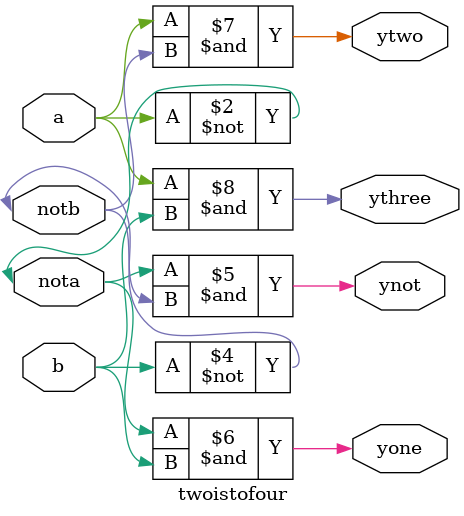
<source format=v>
`timescale 1ns / 1ps

module twoistofour(
    input a,
    input b,
    inout nota,
    inout notb,
    output ynot,
    output yone,
    output ytwo,
    output ythree
    );

nand(nota, a, a);
nand(notb, b, b);
and(ynot, nota, notb);
and(yone, nota, b);
and(ytwo, a, notb);
and(ythree, a, b);

endmodule

</source>
